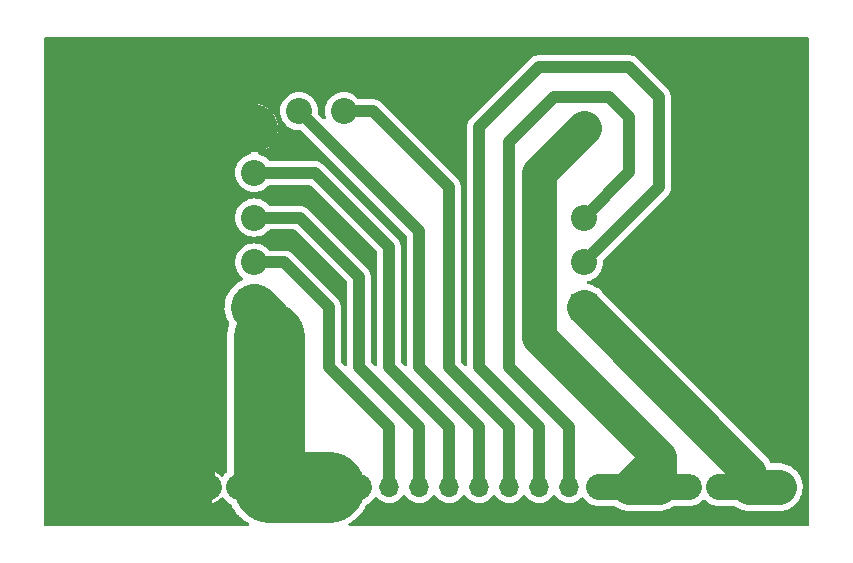
<source format=gbr>
%TF.GenerationSoftware,KiCad,Pcbnew,(6.0.5)*%
%TF.CreationDate,2022-06-12T23:50:42+02:00*%
%TF.ProjectId,power,706f7765-722e-46b6-9963-61645f706362,rev?*%
%TF.SameCoordinates,Original*%
%TF.FileFunction,Copper,L1,Top*%
%TF.FilePolarity,Positive*%
%FSLAX46Y46*%
G04 Gerber Fmt 4.6, Leading zero omitted, Abs format (unit mm)*
G04 Created by KiCad (PCBNEW (6.0.5)) date 2022-06-12 23:50:42*
%MOMM*%
%LPD*%
G01*
G04 APERTURE LIST*
%TA.AperFunction,ComponentPad*%
%ADD10R,2.205000X2.205000*%
%TD*%
%TA.AperFunction,ComponentPad*%
%ADD11C,2.205000*%
%TD*%
%TA.AperFunction,ComponentPad*%
%ADD12C,3.030000*%
%TD*%
%TA.AperFunction,ComponentPad*%
%ADD13R,1.700000X1.700000*%
%TD*%
%TA.AperFunction,ComponentPad*%
%ADD14O,1.700000X1.700000*%
%TD*%
%TA.AperFunction,Conductor*%
%ADD15C,0.250000*%
%TD*%
%TA.AperFunction,Conductor*%
%ADD16C,2.200000*%
%TD*%
%TA.AperFunction,Conductor*%
%ADD17C,3.000000*%
%TD*%
%TA.AperFunction,Conductor*%
%ADD18C,6.000000*%
%TD*%
%TA.AperFunction,Conductor*%
%ADD19C,4.000000*%
%TD*%
%TA.AperFunction,Conductor*%
%ADD20C,1.000000*%
%TD*%
G04 APERTURE END LIST*
D10*
%TO.P,PS1,1,VIN(+)*%
%TO.N,Net-(PS1-Pad1)*%
X83800000Y-72420000D03*
D11*
%TO.P,PS1,2,~{ON/OFF}*%
%TO.N,Net-(PS1-Pad2)*%
X83800000Y-64820000D03*
%TO.P,PS1,3,VIN(-)*%
%TO.N,Net-(J1-Pad20)*%
X83800000Y-57220000D03*
D12*
%TO.P,PS1,4,VOUT(-)*%
%TO.N,GND*%
X55900000Y-57220000D03*
D11*
%TO.P,PS1,5,PWR_GOOD*%
%TO.N,Net-(PS1-Pad5)*%
X55900000Y-61020000D03*
%TO.P,PS1,6,TRIM*%
%TO.N,Net-(PS1-Pad6)*%
X55900000Y-64820000D03*
%TO.P,PS1,7,SENSE+*%
%TO.N,Net-(PS1-Pad7)*%
X55900000Y-68620000D03*
D12*
%TO.P,PS1,8,VOUT(+)*%
%TO.N,Net-(PS1-Pad8)*%
X55900000Y-72420000D03*
D11*
%TO.P,PS1,32,SYNC*%
%TO.N,Net-(J1-Pad15)*%
X63500000Y-55820000D03*
%TO.P,PS1,33,MS*%
%TO.N,Net-(J1-Pad14)*%
X59700000Y-55820000D03*
%TO.P,PS1,34,SEQ*%
%TO.N,Net-(PS1-Pad34)*%
X83800000Y-68620000D03*
%TD*%
D13*
%TO.P,J1,1,Pin_1*%
%TO.N,GND*%
X41910000Y-87630000D03*
D14*
%TO.P,J1,2,Pin_2*%
X44450000Y-87630000D03*
%TO.P,J1,3,Pin_3*%
X46990000Y-87630000D03*
%TO.P,J1,4,Pin_4*%
X49530000Y-87630000D03*
%TO.P,J1,5,Pin_5*%
X52070000Y-87630000D03*
%TO.P,J1,6,Pin_6*%
%TO.N,Net-(PS1-Pad8)*%
X54610000Y-87630000D03*
%TO.P,J1,7,Pin_7*%
X57150000Y-87630000D03*
%TO.P,J1,8,Pin_8*%
X59690000Y-87630000D03*
%TO.P,J1,9,Pin_9*%
X62230000Y-87630000D03*
%TO.P,J1,10,Pin_10*%
X64770000Y-87630000D03*
%TO.P,J1,11,Pin_11*%
%TO.N,Net-(PS1-Pad7)*%
X67310000Y-87630000D03*
%TO.P,J1,12,Pin_12*%
%TO.N,Net-(PS1-Pad6)*%
X69850000Y-87630000D03*
%TO.P,J1,13,Pin_13*%
%TO.N,Net-(PS1-Pad5)*%
X72390000Y-87630000D03*
%TO.P,J1,14,Pin_14*%
%TO.N,Net-(J1-Pad14)*%
X74930000Y-87630000D03*
%TO.P,J1,15,Pin_15*%
%TO.N,Net-(J1-Pad15)*%
X77470000Y-87630000D03*
%TO.P,J1,16,Pin_16*%
%TO.N,Net-(PS1-Pad34)*%
X80010000Y-87630000D03*
%TO.P,J1,17,Pin_17*%
%TO.N,Net-(PS1-Pad2)*%
X82550000Y-87630000D03*
%TO.P,J1,18,Pin_18*%
%TO.N,Net-(J1-Pad20)*%
X85090000Y-87630000D03*
%TO.P,J1,19,Pin_19*%
X87630000Y-87630000D03*
%TO.P,J1,20,Pin_20*%
X90170000Y-87630000D03*
%TO.P,J1,21,Pin_21*%
X92710000Y-87630000D03*
%TO.P,J1,22,Pin_22*%
%TO.N,Net-(PS1-Pad1)*%
X95250000Y-87630000D03*
%TO.P,J1,23,Pin_23*%
X97790000Y-87630000D03*
%TO.P,J1,24,Pin_24*%
X100330000Y-87630000D03*
%TD*%
D15*
%TO.N,Net-(J1-Pad20)*%
X87630000Y-87630000D02*
X92710000Y-87630000D01*
D16*
X85090000Y-87630000D02*
X92710000Y-87630000D01*
D17*
X87630000Y-87630000D02*
X90170000Y-85090000D01*
X80010000Y-74930000D02*
X90170000Y-85090000D01*
X90170000Y-85090000D02*
X90170000Y-87630000D01*
X83800000Y-57220000D02*
X80010000Y-61010000D01*
X80010000Y-61010000D02*
X80010000Y-74930000D01*
X90170000Y-87630000D02*
X87630000Y-87630000D01*
%TO.N,Net-(PS1-Pad1)*%
X100330000Y-87630000D02*
X97790000Y-87630000D01*
D15*
X95250000Y-87630000D02*
X100330000Y-87630000D01*
D17*
X97790000Y-86410000D02*
X97790000Y-87630000D01*
D16*
X97790000Y-87630000D02*
X95250000Y-87630000D01*
D17*
X83800000Y-72420000D02*
X97790000Y-86410000D01*
D18*
%TO.N,Net-(PS1-Pad8)*%
X57150000Y-87630000D02*
X57150000Y-74930000D01*
X62230000Y-87630000D02*
X57150000Y-87630000D01*
D19*
X57150000Y-74930000D02*
X57150000Y-73670000D01*
D16*
X64770000Y-87630000D02*
X54610000Y-87630000D01*
D19*
X57150000Y-73670000D02*
X55900000Y-72420000D01*
D16*
X62230000Y-87630000D02*
X64770000Y-87630000D01*
D20*
%TO.N,Net-(PS1-Pad7)*%
X67310000Y-82550000D02*
X62230000Y-77470000D01*
X62230000Y-72390000D02*
X58460000Y-68620000D01*
X67310000Y-87630000D02*
X67310000Y-82550000D01*
X62230000Y-77470000D02*
X62230000Y-72390000D01*
X58460000Y-68620000D02*
X55900000Y-68620000D01*
%TO.N,Net-(PS1-Pad6)*%
X59740000Y-64820000D02*
X55900000Y-64820000D01*
X69850000Y-87630000D02*
X69850000Y-82550000D01*
X64770000Y-77470000D02*
X64770000Y-69850000D01*
X69850000Y-82550000D02*
X64770000Y-77470000D01*
X64770000Y-69850000D02*
X59740000Y-64820000D01*
%TO.N,Net-(PS1-Pad5)*%
X72390000Y-82550000D02*
X67310000Y-77470000D01*
X61020000Y-61020000D02*
X55900000Y-61020000D01*
X72390000Y-87630000D02*
X72390000Y-82550000D01*
X67310000Y-67310000D02*
X61020000Y-61020000D01*
X67310000Y-77470000D02*
X67310000Y-67310000D01*
%TO.N,Net-(J1-Pad14)*%
X69850000Y-65970000D02*
X59700000Y-55820000D01*
X69850000Y-77470000D02*
X69850000Y-65970000D01*
X74930000Y-82550000D02*
X69850000Y-77470000D01*
X74930000Y-87630000D02*
X74930000Y-82550000D01*
%TO.N,Net-(J1-Pad15)*%
X65980000Y-55820000D02*
X63500000Y-55820000D01*
X77470000Y-87630000D02*
X77470000Y-82550000D01*
X72390000Y-62230000D02*
X65980000Y-55820000D01*
X72390000Y-77470000D02*
X72390000Y-62230000D01*
X77470000Y-82550000D02*
X72390000Y-77470000D01*
%TO.N,Net-(PS1-Pad2)*%
X87630000Y-60990000D02*
X87630000Y-56274704D01*
X77470000Y-77470000D02*
X82550000Y-82550000D01*
X82550000Y-82550000D02*
X82550000Y-87630000D01*
X87630000Y-56274704D02*
X85965296Y-54610000D01*
X85965296Y-54610000D02*
X81280000Y-54610000D01*
X77470000Y-58420000D02*
X77470000Y-77470000D01*
X83800000Y-64820000D02*
X87630000Y-60990000D01*
X81280000Y-54610000D02*
X77470000Y-58420000D01*
%TO.N,Net-(PS1-Pad34)*%
X87630000Y-52070000D02*
X80010000Y-52070000D01*
X90170000Y-54610000D02*
X87630000Y-52070000D01*
X80010000Y-52070000D02*
X74930000Y-57150000D01*
X83800000Y-68620000D02*
X90170000Y-62250000D01*
X90170000Y-62250000D02*
X90170000Y-54610000D01*
X80010000Y-82550000D02*
X80010000Y-87630000D01*
X74930000Y-57150000D02*
X74930000Y-77470000D01*
X74930000Y-77470000D02*
X80010000Y-82550000D01*
D18*
%TO.N,GND*%
X49530000Y-59690000D02*
X49530000Y-87630000D01*
D19*
X55830000Y-57150000D02*
X54610000Y-57150000D01*
D16*
X49530000Y-87630000D02*
X52070000Y-87630000D01*
D19*
X55900000Y-57220000D02*
X55830000Y-57150000D01*
D18*
X52070000Y-57150000D02*
X49530000Y-59690000D01*
X49530000Y-87630000D02*
X41910000Y-87630000D01*
D19*
X54610000Y-57150000D02*
X52070000Y-57150000D01*
%TD*%
%TA.AperFunction,Conductor*%
%TO.N,GND*%
G36*
X102812121Y-49550002D02*
G01*
X102858614Y-49603658D01*
X102870000Y-49656000D01*
X102870000Y-90805500D01*
X102849998Y-90873621D01*
X102796342Y-90920114D01*
X102744000Y-90931500D01*
X64001296Y-90931500D01*
X63933175Y-90911498D01*
X63886682Y-90857842D01*
X63876578Y-90787568D01*
X63906072Y-90722988D01*
X63943213Y-90693686D01*
X64010256Y-90658860D01*
X64010259Y-90658858D01*
X64013226Y-90657317D01*
X64324824Y-90450683D01*
X64612700Y-90212108D01*
X64873595Y-89944292D01*
X64990708Y-89795201D01*
X65102481Y-89652907D01*
X65102482Y-89652905D01*
X65104553Y-89650269D01*
X65276527Y-89375587D01*
X65301178Y-89336214D01*
X65301180Y-89336211D01*
X65302959Y-89333369D01*
X65393645Y-89147022D01*
X65441438Y-89094523D01*
X65458722Y-89085750D01*
X65497928Y-89069511D01*
X65497932Y-89069509D01*
X65502502Y-89067616D01*
X65718376Y-88935328D01*
X65910898Y-88770898D01*
X66075328Y-88578376D01*
X66092595Y-88550199D01*
X66145241Y-88502567D01*
X66215283Y-88490960D01*
X66280481Y-88519062D01*
X66295266Y-88533536D01*
X66352866Y-88600032D01*
X66352869Y-88600035D01*
X66356250Y-88603938D01*
X66528126Y-88746632D01*
X66721000Y-88859338D01*
X66929692Y-88939030D01*
X66934760Y-88940061D01*
X66934763Y-88940062D01*
X67029862Y-88959410D01*
X67148597Y-88983567D01*
X67153772Y-88983757D01*
X67153774Y-88983757D01*
X67366673Y-88991564D01*
X67366677Y-88991564D01*
X67371837Y-88991753D01*
X67376957Y-88991097D01*
X67376959Y-88991097D01*
X67588288Y-88964025D01*
X67588289Y-88964025D01*
X67593416Y-88963368D01*
X67598366Y-88961883D01*
X67802429Y-88900661D01*
X67802434Y-88900659D01*
X67807384Y-88899174D01*
X68007994Y-88800896D01*
X68189860Y-88671173D01*
X68348096Y-88513489D01*
X68361260Y-88495170D01*
X68478453Y-88332077D01*
X68479776Y-88333028D01*
X68526645Y-88289857D01*
X68596580Y-88277625D01*
X68662026Y-88305144D01*
X68689875Y-88336994D01*
X68749987Y-88435088D01*
X68896250Y-88603938D01*
X69068126Y-88746632D01*
X69261000Y-88859338D01*
X69469692Y-88939030D01*
X69474760Y-88940061D01*
X69474763Y-88940062D01*
X69569862Y-88959410D01*
X69688597Y-88983567D01*
X69693772Y-88983757D01*
X69693774Y-88983757D01*
X69906673Y-88991564D01*
X69906677Y-88991564D01*
X69911837Y-88991753D01*
X69916957Y-88991097D01*
X69916959Y-88991097D01*
X70128288Y-88964025D01*
X70128289Y-88964025D01*
X70133416Y-88963368D01*
X70138366Y-88961883D01*
X70342429Y-88900661D01*
X70342434Y-88900659D01*
X70347384Y-88899174D01*
X70547994Y-88800896D01*
X70729860Y-88671173D01*
X70888096Y-88513489D01*
X70901260Y-88495170D01*
X71018453Y-88332077D01*
X71019776Y-88333028D01*
X71066645Y-88289857D01*
X71136580Y-88277625D01*
X71202026Y-88305144D01*
X71229875Y-88336994D01*
X71289987Y-88435088D01*
X71436250Y-88603938D01*
X71608126Y-88746632D01*
X71801000Y-88859338D01*
X72009692Y-88939030D01*
X72014760Y-88940061D01*
X72014763Y-88940062D01*
X72109862Y-88959410D01*
X72228597Y-88983567D01*
X72233772Y-88983757D01*
X72233774Y-88983757D01*
X72446673Y-88991564D01*
X72446677Y-88991564D01*
X72451837Y-88991753D01*
X72456957Y-88991097D01*
X72456959Y-88991097D01*
X72668288Y-88964025D01*
X72668289Y-88964025D01*
X72673416Y-88963368D01*
X72678366Y-88961883D01*
X72882429Y-88900661D01*
X72882434Y-88900659D01*
X72887384Y-88899174D01*
X73087994Y-88800896D01*
X73269860Y-88671173D01*
X73428096Y-88513489D01*
X73441260Y-88495170D01*
X73558453Y-88332077D01*
X73559776Y-88333028D01*
X73606645Y-88289857D01*
X73676580Y-88277625D01*
X73742026Y-88305144D01*
X73769875Y-88336994D01*
X73829987Y-88435088D01*
X73976250Y-88603938D01*
X74148126Y-88746632D01*
X74341000Y-88859338D01*
X74549692Y-88939030D01*
X74554760Y-88940061D01*
X74554763Y-88940062D01*
X74649862Y-88959410D01*
X74768597Y-88983567D01*
X74773772Y-88983757D01*
X74773774Y-88983757D01*
X74986673Y-88991564D01*
X74986677Y-88991564D01*
X74991837Y-88991753D01*
X74996957Y-88991097D01*
X74996959Y-88991097D01*
X75208288Y-88964025D01*
X75208289Y-88964025D01*
X75213416Y-88963368D01*
X75218366Y-88961883D01*
X75422429Y-88900661D01*
X75422434Y-88900659D01*
X75427384Y-88899174D01*
X75627994Y-88800896D01*
X75809860Y-88671173D01*
X75968096Y-88513489D01*
X75981260Y-88495170D01*
X76098453Y-88332077D01*
X76099776Y-88333028D01*
X76146645Y-88289857D01*
X76216580Y-88277625D01*
X76282026Y-88305144D01*
X76309875Y-88336994D01*
X76369987Y-88435088D01*
X76516250Y-88603938D01*
X76688126Y-88746632D01*
X76881000Y-88859338D01*
X77089692Y-88939030D01*
X77094760Y-88940061D01*
X77094763Y-88940062D01*
X77189862Y-88959410D01*
X77308597Y-88983567D01*
X77313772Y-88983757D01*
X77313774Y-88983757D01*
X77526673Y-88991564D01*
X77526677Y-88991564D01*
X77531837Y-88991753D01*
X77536957Y-88991097D01*
X77536959Y-88991097D01*
X77748288Y-88964025D01*
X77748289Y-88964025D01*
X77753416Y-88963368D01*
X77758366Y-88961883D01*
X77962429Y-88900661D01*
X77962434Y-88900659D01*
X77967384Y-88899174D01*
X78167994Y-88800896D01*
X78349860Y-88671173D01*
X78508096Y-88513489D01*
X78521260Y-88495170D01*
X78638453Y-88332077D01*
X78639776Y-88333028D01*
X78686645Y-88289857D01*
X78756580Y-88277625D01*
X78822026Y-88305144D01*
X78849875Y-88336994D01*
X78909987Y-88435088D01*
X79056250Y-88603938D01*
X79228126Y-88746632D01*
X79421000Y-88859338D01*
X79629692Y-88939030D01*
X79634760Y-88940061D01*
X79634763Y-88940062D01*
X79729862Y-88959410D01*
X79848597Y-88983567D01*
X79853772Y-88983757D01*
X79853774Y-88983757D01*
X80066673Y-88991564D01*
X80066677Y-88991564D01*
X80071837Y-88991753D01*
X80076957Y-88991097D01*
X80076959Y-88991097D01*
X80288288Y-88964025D01*
X80288289Y-88964025D01*
X80293416Y-88963368D01*
X80298366Y-88961883D01*
X80502429Y-88900661D01*
X80502434Y-88900659D01*
X80507384Y-88899174D01*
X80707994Y-88800896D01*
X80889860Y-88671173D01*
X81048096Y-88513489D01*
X81061260Y-88495170D01*
X81178453Y-88332077D01*
X81179776Y-88333028D01*
X81226645Y-88289857D01*
X81296580Y-88277625D01*
X81362026Y-88305144D01*
X81389875Y-88336994D01*
X81449987Y-88435088D01*
X81596250Y-88603938D01*
X81768126Y-88746632D01*
X81961000Y-88859338D01*
X82169692Y-88939030D01*
X82174760Y-88940061D01*
X82174763Y-88940062D01*
X82269862Y-88959410D01*
X82388597Y-88983567D01*
X82393772Y-88983757D01*
X82393774Y-88983757D01*
X82606673Y-88991564D01*
X82606677Y-88991564D01*
X82611837Y-88991753D01*
X82616957Y-88991097D01*
X82616959Y-88991097D01*
X82828288Y-88964025D01*
X82828289Y-88964025D01*
X82833416Y-88963368D01*
X82838366Y-88961883D01*
X83042429Y-88900661D01*
X83042434Y-88900659D01*
X83047384Y-88899174D01*
X83247994Y-88800896D01*
X83429860Y-88671173D01*
X83572445Y-88529086D01*
X83634816Y-88495170D01*
X83705623Y-88500358D01*
X83762384Y-88543004D01*
X83768813Y-88552496D01*
X83784672Y-88578376D01*
X83787883Y-88582135D01*
X83787885Y-88582138D01*
X83917288Y-88733649D01*
X83949102Y-88770898D01*
X84141624Y-88935328D01*
X84357498Y-89067616D01*
X84362068Y-89069509D01*
X84362072Y-89069511D01*
X84586836Y-89162611D01*
X84591409Y-89164505D01*
X84676032Y-89184821D01*
X84832784Y-89222454D01*
X84832790Y-89222455D01*
X84837597Y-89223609D01*
X84937416Y-89231465D01*
X85024345Y-89238307D01*
X85024352Y-89238307D01*
X85026801Y-89238500D01*
X86378083Y-89238500D01*
X86446045Y-89258455D01*
X86446550Y-89258879D01*
X86518269Y-89303694D01*
X86523745Y-89307319D01*
X86593020Y-89355825D01*
X86608676Y-89363802D01*
X86635130Y-89377282D01*
X86644693Y-89382693D01*
X86681036Y-89405402D01*
X86681040Y-89405404D01*
X86684764Y-89407731D01*
X86688773Y-89409516D01*
X86688779Y-89409519D01*
X86712008Y-89419861D01*
X86756424Y-89439636D01*
X86761996Y-89442117D01*
X86767952Y-89444958D01*
X86839370Y-89481348D01*
X86839375Y-89481350D01*
X86843300Y-89483350D01*
X86865694Y-89491061D01*
X86887986Y-89498737D01*
X86898212Y-89502765D01*
X86937360Y-89520195D01*
X86937367Y-89520198D01*
X86941375Y-89521982D01*
X86945594Y-89523192D01*
X86945603Y-89523195D01*
X87022647Y-89545286D01*
X87028928Y-89547266D01*
X87108892Y-89574800D01*
X87113216Y-89575640D01*
X87113218Y-89575641D01*
X87129727Y-89578850D01*
X87155283Y-89583817D01*
X87165964Y-89586381D01*
X87211390Y-89599407D01*
X87267557Y-89607301D01*
X87295112Y-89611174D01*
X87301616Y-89612263D01*
X87362609Y-89624118D01*
X87384628Y-89628398D01*
X87412282Y-89629847D01*
X87431819Y-89630871D01*
X87442761Y-89631924D01*
X87462149Y-89634649D01*
X87489552Y-89638500D01*
X87574105Y-89638500D01*
X87580699Y-89638673D01*
X87660741Y-89642868D01*
X87660747Y-89642868D01*
X87665138Y-89643098D01*
X87669515Y-89642715D01*
X87669519Y-89642715D01*
X87712220Y-89638979D01*
X87723201Y-89638500D01*
X90058133Y-89638500D01*
X90071303Y-89639190D01*
X90095364Y-89641719D01*
X90095367Y-89641719D01*
X90099733Y-89642178D01*
X90104121Y-89642025D01*
X90104127Y-89642025D01*
X90202854Y-89638577D01*
X90207251Y-89638500D01*
X90240146Y-89638500D01*
X90257647Y-89637276D01*
X90272961Y-89636205D01*
X90277355Y-89635975D01*
X90376061Y-89632529D01*
X90376068Y-89632528D01*
X90380458Y-89632375D01*
X90384783Y-89631612D01*
X90384787Y-89631612D01*
X90403013Y-89628398D01*
X90408606Y-89627412D01*
X90421693Y-89625805D01*
X90431558Y-89625115D01*
X90445824Y-89624118D01*
X90445826Y-89624118D01*
X90450212Y-89623811D01*
X90551167Y-89602352D01*
X90555446Y-89601520D01*
X90657087Y-89583598D01*
X90684276Y-89574764D01*
X90697007Y-89571353D01*
X90724970Y-89565409D01*
X90821934Y-89530117D01*
X90826093Y-89528685D01*
X90920046Y-89498158D01*
X90920045Y-89498158D01*
X90924235Y-89496797D01*
X90928188Y-89494869D01*
X90928193Y-89494867D01*
X90949929Y-89484265D01*
X90962070Y-89479112D01*
X90984789Y-89470843D01*
X90984792Y-89470842D01*
X90988926Y-89469337D01*
X91080068Y-89420876D01*
X91083913Y-89418917D01*
X91158182Y-89382693D01*
X91172752Y-89375587D01*
X91172757Y-89375584D01*
X91176702Y-89373660D01*
X91200409Y-89357670D01*
X91211701Y-89350885D01*
X91236942Y-89337464D01*
X91242579Y-89333369D01*
X91278411Y-89307335D01*
X91320434Y-89276804D01*
X91324023Y-89274291D01*
X91345152Y-89260040D01*
X91415608Y-89238500D01*
X92773199Y-89238500D01*
X92775648Y-89238307D01*
X92775655Y-89238307D01*
X92862584Y-89231465D01*
X92962403Y-89223609D01*
X92967210Y-89222455D01*
X92967216Y-89222454D01*
X93123968Y-89184821D01*
X93208591Y-89164505D01*
X93213164Y-89162611D01*
X93437928Y-89069511D01*
X93437932Y-89069509D01*
X93442502Y-89067616D01*
X93658376Y-88935328D01*
X93850898Y-88770898D01*
X93854106Y-88767142D01*
X93854113Y-88767135D01*
X93884190Y-88731920D01*
X93943641Y-88693111D01*
X94014635Y-88692605D01*
X94075810Y-88731920D01*
X94105887Y-88767135D01*
X94105894Y-88767142D01*
X94109102Y-88770898D01*
X94301624Y-88935328D01*
X94517498Y-89067616D01*
X94522068Y-89069509D01*
X94522072Y-89069511D01*
X94746836Y-89162611D01*
X94751409Y-89164505D01*
X94836032Y-89184821D01*
X94992784Y-89222454D01*
X94992790Y-89222455D01*
X94997597Y-89223609D01*
X95097416Y-89231465D01*
X95184345Y-89238307D01*
X95184352Y-89238307D01*
X95186801Y-89238500D01*
X96538083Y-89238500D01*
X96606045Y-89258455D01*
X96606550Y-89258879D01*
X96608930Y-89260366D01*
X96630793Y-89274028D01*
X96641592Y-89281590D01*
X96658070Y-89294463D01*
X96664118Y-89299188D01*
X96753475Y-89350778D01*
X96757234Y-89353037D01*
X96844764Y-89407731D01*
X96863413Y-89416034D01*
X96870881Y-89419359D01*
X96882622Y-89425341D01*
X96907381Y-89439636D01*
X96911454Y-89441281D01*
X96911465Y-89441287D01*
X97003045Y-89478287D01*
X97007077Y-89479998D01*
X97049166Y-89498737D01*
X97097356Y-89520193D01*
X97097361Y-89520195D01*
X97101375Y-89521982D01*
X97127124Y-89529365D01*
X97128847Y-89529859D01*
X97141316Y-89534153D01*
X97163729Y-89543209D01*
X97163749Y-89543215D01*
X97167824Y-89544862D01*
X97172097Y-89545927D01*
X97172105Y-89545930D01*
X97244202Y-89563905D01*
X97267958Y-89569828D01*
X97272158Y-89570952D01*
X97371390Y-89599407D01*
X97389102Y-89601896D01*
X97399689Y-89603384D01*
X97412635Y-89605901D01*
X97436097Y-89611751D01*
X97436110Y-89611753D01*
X97440376Y-89612817D01*
X97444754Y-89613277D01*
X97444753Y-89613277D01*
X97543008Y-89623604D01*
X97547372Y-89624140D01*
X97645197Y-89637888D01*
X97649552Y-89638500D01*
X97678133Y-89638500D01*
X97691303Y-89639190D01*
X97715364Y-89641719D01*
X97715367Y-89641719D01*
X97719733Y-89642178D01*
X97724121Y-89642025D01*
X97724127Y-89642025D01*
X97822854Y-89638577D01*
X97827251Y-89638500D01*
X100400146Y-89638500D01*
X100402332Y-89638347D01*
X100402336Y-89638347D01*
X100605827Y-89624118D01*
X100605832Y-89624117D01*
X100610212Y-89623811D01*
X100884970Y-89565409D01*
X100889099Y-89563906D01*
X100889103Y-89563905D01*
X101144781Y-89470846D01*
X101144788Y-89470843D01*
X101148926Y-89469337D01*
X101396942Y-89337464D01*
X101400503Y-89334877D01*
X101620629Y-89174947D01*
X101620632Y-89174944D01*
X101624192Y-89172358D01*
X101632129Y-89164694D01*
X101730695Y-89069509D01*
X101826252Y-88977231D01*
X101999188Y-88755882D01*
X102001384Y-88752078D01*
X102001389Y-88752071D01*
X102122580Y-88542160D01*
X102139636Y-88512619D01*
X102244862Y-88252176D01*
X102246747Y-88244616D01*
X102311753Y-87983893D01*
X102311754Y-87983888D01*
X102312817Y-87979624D01*
X102320964Y-87902115D01*
X102341719Y-87704636D01*
X102341719Y-87704633D01*
X102342178Y-87700267D01*
X102342025Y-87695873D01*
X102332529Y-87423939D01*
X102332528Y-87423933D01*
X102332375Y-87419542D01*
X102324698Y-87376000D01*
X102284360Y-87147236D01*
X102283598Y-87142913D01*
X102196797Y-86875765D01*
X102159004Y-86798277D01*
X102131258Y-86741390D01*
X102073660Y-86623298D01*
X102071205Y-86619659D01*
X102071202Y-86619653D01*
X101939418Y-86424276D01*
X101916585Y-86390424D01*
X101912034Y-86385369D01*
X101731566Y-86184940D01*
X101728629Y-86181678D01*
X101513450Y-86001121D01*
X101275236Y-85852269D01*
X101018625Y-85738018D01*
X100748610Y-85660593D01*
X100744260Y-85659982D01*
X100744257Y-85659981D01*
X100641310Y-85645513D01*
X100470448Y-85621500D01*
X99723575Y-85621500D01*
X99655454Y-85601498D01*
X99613373Y-85556587D01*
X99562493Y-85464798D01*
X99555664Y-85452479D01*
X99554652Y-85450612D01*
X99499530Y-85346942D01*
X99499524Y-85346933D01*
X99497464Y-85343058D01*
X99494879Y-85339501D01*
X99494876Y-85339495D01*
X99491645Y-85335047D01*
X99483379Y-85322073D01*
X99478583Y-85313421D01*
X99405289Y-85216156D01*
X99403991Y-85214402D01*
X99334941Y-85119363D01*
X99334940Y-85119362D01*
X99332358Y-85115808D01*
X99325475Y-85108680D01*
X99315490Y-85096988D01*
X99312188Y-85092607D01*
X99312187Y-85092606D01*
X99309536Y-85089088D01*
X99223460Y-85003012D01*
X99221918Y-85001444D01*
X99137231Y-84913748D01*
X99129422Y-84907647D01*
X99117900Y-84897452D01*
X85409525Y-71189077D01*
X85380638Y-71144212D01*
X85356267Y-71079203D01*
X85353115Y-71070795D01*
X85265761Y-70954239D01*
X85149205Y-70866885D01*
X85036481Y-70824626D01*
X85012181Y-70811278D01*
X85011697Y-70812023D01*
X84779815Y-70661437D01*
X84776118Y-70659036D01*
X84521540Y-70540324D01*
X84517340Y-70539040D01*
X84517335Y-70539038D01*
X84387228Y-70499261D01*
X84252917Y-70458199D01*
X84248579Y-70457512D01*
X84248575Y-70457511D01*
X84150374Y-70441957D01*
X84086221Y-70411544D01*
X84048695Y-70351275D01*
X84049709Y-70280286D01*
X84088943Y-70221114D01*
X84140670Y-70194990D01*
X84299366Y-70156890D01*
X84303939Y-70154996D01*
X84529066Y-70061746D01*
X84529070Y-70061744D01*
X84533640Y-70059851D01*
X84749850Y-69927357D01*
X84942672Y-69762672D01*
X85107357Y-69569850D01*
X85239851Y-69353640D01*
X85264353Y-69294488D01*
X85334996Y-69123939D01*
X85334997Y-69123936D01*
X85336890Y-69119366D01*
X85357724Y-69032586D01*
X85394932Y-68877608D01*
X85394933Y-68877602D01*
X85396087Y-68872795D01*
X85415982Y-68620000D01*
X85406695Y-68502002D01*
X85421291Y-68432523D01*
X85443212Y-68403022D01*
X90839379Y-63006855D01*
X90849522Y-62997753D01*
X90874218Y-62977897D01*
X90879025Y-62974032D01*
X90911320Y-62935544D01*
X90914478Y-62931925D01*
X90916124Y-62930110D01*
X90918309Y-62927925D01*
X90920264Y-62925545D01*
X90920273Y-62925535D01*
X90945549Y-62894764D01*
X90946391Y-62893749D01*
X91002194Y-62827245D01*
X91006154Y-62822526D01*
X91008723Y-62817852D01*
X91012102Y-62813739D01*
X91055975Y-62731915D01*
X91056584Y-62730793D01*
X91073555Y-62699924D01*
X91101433Y-62649213D01*
X91103045Y-62644131D01*
X91105562Y-62639437D01*
X91132762Y-62550469D01*
X91133108Y-62549358D01*
X91159373Y-62466563D01*
X91161235Y-62460694D01*
X91161829Y-62455398D01*
X91163387Y-62450302D01*
X91172790Y-62357743D01*
X91172911Y-62356607D01*
X91178500Y-62306773D01*
X91178500Y-62303246D01*
X91178555Y-62302261D01*
X91179002Y-62296581D01*
X91183374Y-62253538D01*
X91179059Y-62207891D01*
X91178500Y-62196033D01*
X91178500Y-54671840D01*
X91179237Y-54658232D01*
X91182659Y-54626736D01*
X91182659Y-54626732D01*
X91183324Y-54620611D01*
X91178950Y-54570609D01*
X91178621Y-54565784D01*
X91178500Y-54563313D01*
X91178500Y-54560231D01*
X91174309Y-54517489D01*
X91174187Y-54516174D01*
X91166623Y-54429719D01*
X91166087Y-54423587D01*
X91164600Y-54418468D01*
X91164080Y-54413167D01*
X91137199Y-54324133D01*
X91136864Y-54323000D01*
X91112627Y-54239578D01*
X91112625Y-54239574D01*
X91110908Y-54233663D01*
X91108457Y-54228934D01*
X91106916Y-54223831D01*
X91063230Y-54141669D01*
X91062683Y-54140627D01*
X91022728Y-54063545D01*
X91022727Y-54063544D01*
X91019892Y-54058074D01*
X91016569Y-54053911D01*
X91014066Y-54049204D01*
X90955263Y-53977105D01*
X90954500Y-53976160D01*
X90923261Y-53937027D01*
X90920770Y-53934536D01*
X90920120Y-53933809D01*
X90916408Y-53929463D01*
X90901013Y-53910588D01*
X90889065Y-53895938D01*
X90884323Y-53892015D01*
X90884321Y-53892013D01*
X90853727Y-53866703D01*
X90844947Y-53858713D01*
X88386855Y-51400621D01*
X88377753Y-51390478D01*
X88357897Y-51365782D01*
X88354032Y-51360975D01*
X88315578Y-51328708D01*
X88311931Y-51325528D01*
X88310119Y-51323885D01*
X88307925Y-51321691D01*
X88274651Y-51294358D01*
X88273853Y-51293696D01*
X88202526Y-51233846D01*
X88197856Y-51231278D01*
X88193739Y-51227897D01*
X88111914Y-51184023D01*
X88110755Y-51183394D01*
X88034619Y-51141538D01*
X88034611Y-51141535D01*
X88029213Y-51138567D01*
X88024131Y-51136955D01*
X88019437Y-51134438D01*
X87930469Y-51107238D01*
X87929441Y-51106918D01*
X87840694Y-51078765D01*
X87835398Y-51078171D01*
X87830302Y-51076613D01*
X87737743Y-51067210D01*
X87736607Y-51067089D01*
X87702992Y-51063319D01*
X87690270Y-51061892D01*
X87690266Y-51061892D01*
X87686773Y-51061500D01*
X87683246Y-51061500D01*
X87682261Y-51061445D01*
X87676581Y-51060998D01*
X87647175Y-51058011D01*
X87639663Y-51057248D01*
X87639661Y-51057248D01*
X87633538Y-51056626D01*
X87591259Y-51060623D01*
X87587891Y-51060941D01*
X87576033Y-51061500D01*
X80071843Y-51061500D01*
X80058236Y-51060763D01*
X80026738Y-51057341D01*
X80026733Y-51057341D01*
X80020612Y-51056676D01*
X79994362Y-51058973D01*
X79970612Y-51061050D01*
X79965786Y-51061379D01*
X79963314Y-51061500D01*
X79960231Y-51061500D01*
X79948262Y-51062674D01*
X79917494Y-51065690D01*
X79916181Y-51065812D01*
X79871916Y-51069685D01*
X79823587Y-51073913D01*
X79818468Y-51075400D01*
X79813167Y-51075920D01*
X79724166Y-51102791D01*
X79723033Y-51103126D01*
X79639586Y-51127370D01*
X79639582Y-51127372D01*
X79633664Y-51129091D01*
X79628932Y-51131544D01*
X79623831Y-51133084D01*
X79618388Y-51135978D01*
X79541740Y-51176731D01*
X79540574Y-51177343D01*
X79463547Y-51217271D01*
X79458074Y-51220108D01*
X79453911Y-51223431D01*
X79449204Y-51225934D01*
X79377082Y-51284755D01*
X79376226Y-51285446D01*
X79337027Y-51316738D01*
X79334523Y-51319242D01*
X79333805Y-51319884D01*
X79329472Y-51323585D01*
X79295938Y-51350935D01*
X79292011Y-51355682D01*
X79292009Y-51355684D01*
X79266713Y-51386262D01*
X79258723Y-51395042D01*
X74260621Y-56393145D01*
X74250478Y-56402247D01*
X74229974Y-56418733D01*
X74220975Y-56425968D01*
X74198670Y-56452550D01*
X74188709Y-56464421D01*
X74185528Y-56468069D01*
X74183885Y-56469881D01*
X74181691Y-56472075D01*
X74154358Y-56505349D01*
X74153696Y-56506147D01*
X74093846Y-56577474D01*
X74091278Y-56582144D01*
X74087897Y-56586261D01*
X74056860Y-56644145D01*
X74044023Y-56668086D01*
X74043394Y-56669245D01*
X74001538Y-56745381D01*
X74001535Y-56745389D01*
X73998567Y-56750787D01*
X73996955Y-56755869D01*
X73994438Y-56760563D01*
X73967238Y-56849531D01*
X73966918Y-56850559D01*
X73938765Y-56939306D01*
X73938171Y-56944602D01*
X73936613Y-56949698D01*
X73935678Y-56958910D01*
X73927218Y-57042187D01*
X73927089Y-57043393D01*
X73921500Y-57093227D01*
X73921500Y-57096754D01*
X73921445Y-57097739D01*
X73920998Y-57103419D01*
X73916626Y-57146462D01*
X73917206Y-57152593D01*
X73920941Y-57192109D01*
X73921500Y-57203967D01*
X73921500Y-77271076D01*
X73901498Y-77339197D01*
X73847842Y-77385690D01*
X73777568Y-77395794D01*
X73712988Y-77366300D01*
X73706405Y-77360171D01*
X73435405Y-77089171D01*
X73401379Y-77026859D01*
X73398500Y-77000076D01*
X73398500Y-62291843D01*
X73399237Y-62278236D01*
X73402659Y-62246738D01*
X73402659Y-62246733D01*
X73403324Y-62240612D01*
X73398950Y-62190612D01*
X73398621Y-62185786D01*
X73398500Y-62183314D01*
X73398500Y-62180231D01*
X73396410Y-62158917D01*
X73394310Y-62137494D01*
X73394188Y-62136181D01*
X73386623Y-62049718D01*
X73386087Y-62043587D01*
X73384600Y-62038468D01*
X73384080Y-62033167D01*
X73357209Y-61944166D01*
X73356874Y-61943033D01*
X73332630Y-61859586D01*
X73332628Y-61859582D01*
X73330909Y-61853664D01*
X73328456Y-61848932D01*
X73326916Y-61843831D01*
X73283269Y-61761740D01*
X73282657Y-61760574D01*
X73242729Y-61683547D01*
X73239892Y-61678074D01*
X73236569Y-61673911D01*
X73234066Y-61669204D01*
X73175245Y-61597082D01*
X73174554Y-61596226D01*
X73143262Y-61557027D01*
X73140758Y-61554523D01*
X73140116Y-61553805D01*
X73136415Y-61549472D01*
X73109065Y-61515938D01*
X73073737Y-61486712D01*
X73064958Y-61478723D01*
X66736855Y-55150621D01*
X66727753Y-55140478D01*
X66707897Y-55115782D01*
X66704032Y-55110975D01*
X66665578Y-55078708D01*
X66661931Y-55075528D01*
X66660119Y-55073885D01*
X66657925Y-55071691D01*
X66624651Y-55044358D01*
X66623853Y-55043696D01*
X66552526Y-54983846D01*
X66547856Y-54981278D01*
X66543739Y-54977897D01*
X66461914Y-54934023D01*
X66460755Y-54933394D01*
X66384619Y-54891538D01*
X66384611Y-54891535D01*
X66379213Y-54888567D01*
X66374131Y-54886955D01*
X66369437Y-54884438D01*
X66280469Y-54857238D01*
X66279441Y-54856918D01*
X66190694Y-54828765D01*
X66185398Y-54828171D01*
X66180302Y-54826613D01*
X66087743Y-54817210D01*
X66086607Y-54817089D01*
X66052992Y-54813319D01*
X66040270Y-54811892D01*
X66040266Y-54811892D01*
X66036773Y-54811500D01*
X66033246Y-54811500D01*
X66032261Y-54811445D01*
X66026581Y-54810998D01*
X65997175Y-54808011D01*
X65989663Y-54807248D01*
X65989661Y-54807248D01*
X65983538Y-54806626D01*
X65941259Y-54810623D01*
X65937891Y-54810941D01*
X65926033Y-54811500D01*
X64815351Y-54811500D01*
X64747230Y-54791498D01*
X64719545Y-54767335D01*
X64642672Y-54677328D01*
X64449850Y-54512643D01*
X64233640Y-54380149D01*
X64229070Y-54378256D01*
X64229066Y-54378254D01*
X64003939Y-54285004D01*
X64003937Y-54285003D01*
X63999366Y-54283110D01*
X63912586Y-54262276D01*
X63757608Y-54225068D01*
X63757602Y-54225067D01*
X63752795Y-54223913D01*
X63500000Y-54204018D01*
X63247205Y-54223913D01*
X63242398Y-54225067D01*
X63242392Y-54225068D01*
X63087414Y-54262276D01*
X63000634Y-54283110D01*
X62996063Y-54285003D01*
X62996061Y-54285004D01*
X62770934Y-54378254D01*
X62770930Y-54378256D01*
X62766360Y-54380149D01*
X62550150Y-54512643D01*
X62357328Y-54677328D01*
X62192643Y-54870150D01*
X62060149Y-55086360D01*
X62058256Y-55090930D01*
X62058254Y-55090934D01*
X61997437Y-55237760D01*
X61963110Y-55320634D01*
X61961955Y-55325446D01*
X61905068Y-55562392D01*
X61905067Y-55562398D01*
X61903913Y-55567205D01*
X61884018Y-55820000D01*
X61903913Y-56072795D01*
X61905067Y-56077602D01*
X61905068Y-56077608D01*
X61961954Y-56314553D01*
X61961956Y-56314559D01*
X61963110Y-56319366D01*
X61964000Y-56321514D01*
X61966009Y-56391750D01*
X61929348Y-56452550D01*
X61865637Y-56483877D01*
X61795103Y-56475786D01*
X61755052Y-56448818D01*
X61343212Y-56036978D01*
X61309186Y-55974666D01*
X61306695Y-55937997D01*
X61309808Y-55898453D01*
X61315982Y-55820000D01*
X61296087Y-55567205D01*
X61294933Y-55562398D01*
X61294932Y-55562392D01*
X61238045Y-55325446D01*
X61236890Y-55320634D01*
X61202563Y-55237760D01*
X61141746Y-55090934D01*
X61141744Y-55090930D01*
X61139851Y-55086360D01*
X61007357Y-54870150D01*
X60842672Y-54677328D01*
X60649850Y-54512643D01*
X60433640Y-54380149D01*
X60429070Y-54378256D01*
X60429066Y-54378254D01*
X60203939Y-54285004D01*
X60203937Y-54285003D01*
X60199366Y-54283110D01*
X60112586Y-54262276D01*
X59957608Y-54225068D01*
X59957602Y-54225067D01*
X59952795Y-54223913D01*
X59700000Y-54204018D01*
X59447205Y-54223913D01*
X59442398Y-54225067D01*
X59442392Y-54225068D01*
X59287414Y-54262276D01*
X59200634Y-54283110D01*
X59196063Y-54285003D01*
X59196061Y-54285004D01*
X58970934Y-54378254D01*
X58970930Y-54378256D01*
X58966360Y-54380149D01*
X58750150Y-54512643D01*
X58557328Y-54677328D01*
X58392643Y-54870150D01*
X58260149Y-55086360D01*
X58258256Y-55090930D01*
X58258254Y-55090934D01*
X58197437Y-55237760D01*
X58163110Y-55320634D01*
X58161955Y-55325446D01*
X58105068Y-55562392D01*
X58105067Y-55562398D01*
X58103913Y-55567205D01*
X58084018Y-55820000D01*
X58103913Y-56072795D01*
X58105067Y-56077602D01*
X58105068Y-56077608D01*
X58139702Y-56221867D01*
X58163110Y-56319366D01*
X58165003Y-56323937D01*
X58165004Y-56323939D01*
X58240499Y-56506200D01*
X58260149Y-56553640D01*
X58392643Y-56769850D01*
X58557328Y-56962672D01*
X58750150Y-57127357D01*
X58966360Y-57259851D01*
X58970930Y-57261744D01*
X58970934Y-57261746D01*
X59184420Y-57350174D01*
X59200634Y-57356890D01*
X59287414Y-57377724D01*
X59442392Y-57414932D01*
X59442398Y-57414933D01*
X59447205Y-57416087D01*
X59700000Y-57435982D01*
X59817997Y-57426695D01*
X59887476Y-57441291D01*
X59916977Y-57463212D01*
X68804595Y-66350829D01*
X68838621Y-66413141D01*
X68841500Y-66439924D01*
X68841500Y-77271076D01*
X68821498Y-77339197D01*
X68767842Y-77385690D01*
X68697568Y-77395794D01*
X68632988Y-77366300D01*
X68626405Y-77360171D01*
X68355405Y-77089171D01*
X68321379Y-77026859D01*
X68318500Y-77000076D01*
X68318500Y-67371842D01*
X68319237Y-67358235D01*
X68322659Y-67326737D01*
X68322659Y-67326732D01*
X68323324Y-67320611D01*
X68318950Y-67270609D01*
X68318621Y-67265784D01*
X68318500Y-67263313D01*
X68318500Y-67260231D01*
X68314309Y-67217489D01*
X68314187Y-67216174D01*
X68306623Y-67129719D01*
X68306087Y-67123587D01*
X68304600Y-67118468D01*
X68304080Y-67113167D01*
X68277218Y-67024194D01*
X68276862Y-67022994D01*
X68274047Y-67013305D01*
X68250909Y-66933663D01*
X68248455Y-66928929D01*
X68246916Y-66923831D01*
X68203316Y-66841831D01*
X68202702Y-66840663D01*
X68162726Y-66763541D01*
X68162725Y-66763540D01*
X68159892Y-66758074D01*
X68156569Y-66753911D01*
X68154066Y-66749204D01*
X68095245Y-66677082D01*
X68094554Y-66676226D01*
X68063262Y-66637027D01*
X68060758Y-66634523D01*
X68060116Y-66633805D01*
X68056415Y-66629472D01*
X68029065Y-66595938D01*
X67993737Y-66566712D01*
X67984958Y-66558723D01*
X61776855Y-60350621D01*
X61767753Y-60340478D01*
X61747897Y-60315782D01*
X61744032Y-60310975D01*
X61705578Y-60278708D01*
X61701931Y-60275528D01*
X61700119Y-60273885D01*
X61697925Y-60271691D01*
X61664651Y-60244358D01*
X61663853Y-60243696D01*
X61592526Y-60183846D01*
X61587856Y-60181278D01*
X61583739Y-60177897D01*
X61501914Y-60134023D01*
X61500755Y-60133394D01*
X61424619Y-60091538D01*
X61424611Y-60091535D01*
X61419213Y-60088567D01*
X61414131Y-60086955D01*
X61409437Y-60084438D01*
X61320469Y-60057238D01*
X61319441Y-60056918D01*
X61230694Y-60028765D01*
X61225398Y-60028171D01*
X61220302Y-60026613D01*
X61127743Y-60017210D01*
X61126607Y-60017089D01*
X61092992Y-60013319D01*
X61080270Y-60011892D01*
X61080266Y-60011892D01*
X61076773Y-60011500D01*
X61073246Y-60011500D01*
X61072261Y-60011445D01*
X61066581Y-60010998D01*
X61037175Y-60008011D01*
X61029663Y-60007248D01*
X61029661Y-60007248D01*
X61023538Y-60006626D01*
X60981259Y-60010623D01*
X60977891Y-60010941D01*
X60966033Y-60011500D01*
X57215351Y-60011500D01*
X57147230Y-59991498D01*
X57119545Y-59967335D01*
X57042672Y-59877328D01*
X56849850Y-59712643D01*
X56633640Y-59580149D01*
X56629070Y-59578256D01*
X56629066Y-59578254D01*
X56403939Y-59485004D01*
X56403937Y-59485003D01*
X56399366Y-59483110D01*
X56394552Y-59481954D01*
X56394545Y-59481952D01*
X56284801Y-59455604D01*
X56223232Y-59420252D01*
X56190550Y-59357225D01*
X56197131Y-59286534D01*
X56240885Y-59230623D01*
X56282243Y-59211210D01*
X56542611Y-59142905D01*
X56550727Y-59140174D01*
X56797639Y-59037899D01*
X56805301Y-59034096D01*
X57036054Y-58899255D01*
X57043119Y-58894454D01*
X57125341Y-58829983D01*
X57133810Y-58818126D01*
X57127293Y-58806503D01*
X55912812Y-57592022D01*
X55898868Y-57584408D01*
X55897035Y-57584539D01*
X55890420Y-57588790D01*
X54672261Y-58806949D01*
X54664969Y-58820303D01*
X54672024Y-58830276D01*
X54704836Y-58857710D01*
X54711772Y-58862750D01*
X54938156Y-59004760D01*
X54945707Y-59008809D01*
X55189279Y-59118786D01*
X55197310Y-59121772D01*
X55453552Y-59197675D01*
X55461904Y-59199542D01*
X55511010Y-59207056D01*
X55575321Y-59237132D01*
X55613163Y-59297203D01*
X55612521Y-59368196D01*
X55573599Y-59427573D01*
X55521366Y-59454125D01*
X55400634Y-59483110D01*
X55396063Y-59485003D01*
X55396061Y-59485004D01*
X55170934Y-59578254D01*
X55170930Y-59578256D01*
X55166360Y-59580149D01*
X54950150Y-59712643D01*
X54757328Y-59877328D01*
X54592643Y-60070150D01*
X54460149Y-60286360D01*
X54458256Y-60290930D01*
X54458254Y-60290934D01*
X54435532Y-60345790D01*
X54363110Y-60520634D01*
X54361955Y-60525446D01*
X54305068Y-60762392D01*
X54305067Y-60762398D01*
X54303913Y-60767205D01*
X54284018Y-61020000D01*
X54303913Y-61272795D01*
X54305067Y-61277602D01*
X54305068Y-61277608D01*
X54342276Y-61432586D01*
X54363110Y-61519366D01*
X54365003Y-61523937D01*
X54365004Y-61523939D01*
X54457339Y-61746855D01*
X54460149Y-61753640D01*
X54592643Y-61969850D01*
X54757328Y-62162672D01*
X54950150Y-62327357D01*
X55166360Y-62459851D01*
X55170930Y-62461744D01*
X55170934Y-62461746D01*
X55396061Y-62554996D01*
X55400634Y-62556890D01*
X55487414Y-62577724D01*
X55642392Y-62614932D01*
X55642398Y-62614933D01*
X55647205Y-62616087D01*
X55900000Y-62635982D01*
X56152795Y-62616087D01*
X56157602Y-62614933D01*
X56157608Y-62614932D01*
X56312586Y-62577724D01*
X56399366Y-62556890D01*
X56403939Y-62554996D01*
X56629066Y-62461746D01*
X56629070Y-62461744D01*
X56633640Y-62459851D01*
X56849850Y-62327357D01*
X57042672Y-62162672D01*
X57119542Y-62072668D01*
X57178990Y-62033861D01*
X57215351Y-62028500D01*
X60550075Y-62028500D01*
X60618196Y-62048502D01*
X60639170Y-62065405D01*
X66264595Y-67690829D01*
X66298621Y-67753141D01*
X66301500Y-67779924D01*
X66301500Y-77271076D01*
X66281498Y-77339197D01*
X66227842Y-77385690D01*
X66157568Y-77395794D01*
X66092988Y-77366300D01*
X66086405Y-77360171D01*
X65815405Y-77089171D01*
X65781379Y-77026859D01*
X65778500Y-77000076D01*
X65778500Y-69911842D01*
X65779237Y-69898235D01*
X65782659Y-69866737D01*
X65782659Y-69866732D01*
X65783324Y-69860611D01*
X65778950Y-69810609D01*
X65778621Y-69805784D01*
X65778500Y-69803313D01*
X65778500Y-69800231D01*
X65775132Y-69765885D01*
X65774309Y-69757489D01*
X65774187Y-69756174D01*
X65771364Y-69723913D01*
X65766087Y-69663587D01*
X65764600Y-69658468D01*
X65764080Y-69653167D01*
X65737218Y-69564194D01*
X65736862Y-69562994D01*
X65710909Y-69473663D01*
X65708455Y-69468929D01*
X65706916Y-69463831D01*
X65663316Y-69381831D01*
X65662702Y-69380663D01*
X65622726Y-69303541D01*
X65622725Y-69303540D01*
X65619892Y-69298074D01*
X65616569Y-69293911D01*
X65614066Y-69289204D01*
X65555245Y-69217082D01*
X65554554Y-69216226D01*
X65523262Y-69177027D01*
X65520758Y-69174523D01*
X65520116Y-69173805D01*
X65516415Y-69169472D01*
X65489065Y-69135938D01*
X65453737Y-69106712D01*
X65444958Y-69098723D01*
X60496855Y-64150621D01*
X60487753Y-64140478D01*
X60467897Y-64115782D01*
X60464032Y-64110975D01*
X60425578Y-64078708D01*
X60421931Y-64075528D01*
X60420119Y-64073885D01*
X60417925Y-64071691D01*
X60384651Y-64044358D01*
X60383853Y-64043696D01*
X60312526Y-63983846D01*
X60307856Y-63981278D01*
X60303739Y-63977897D01*
X60221914Y-63934023D01*
X60220755Y-63933394D01*
X60144619Y-63891538D01*
X60144611Y-63891535D01*
X60139213Y-63888567D01*
X60134131Y-63886955D01*
X60129437Y-63884438D01*
X60040469Y-63857238D01*
X60039441Y-63856918D01*
X59950694Y-63828765D01*
X59945398Y-63828171D01*
X59940302Y-63826613D01*
X59847743Y-63817210D01*
X59846607Y-63817089D01*
X59812992Y-63813319D01*
X59800270Y-63811892D01*
X59800266Y-63811892D01*
X59796773Y-63811500D01*
X59793246Y-63811500D01*
X59792261Y-63811445D01*
X59786581Y-63810998D01*
X59757175Y-63808011D01*
X59749663Y-63807248D01*
X59749661Y-63807248D01*
X59743538Y-63806626D01*
X59701259Y-63810623D01*
X59697891Y-63810941D01*
X59686033Y-63811500D01*
X57215351Y-63811500D01*
X57147230Y-63791498D01*
X57119545Y-63767335D01*
X57042672Y-63677328D01*
X56849850Y-63512643D01*
X56633640Y-63380149D01*
X56629070Y-63378256D01*
X56629066Y-63378254D01*
X56403939Y-63285004D01*
X56403937Y-63285003D01*
X56399366Y-63283110D01*
X56312586Y-63262276D01*
X56157608Y-63225068D01*
X56157602Y-63225067D01*
X56152795Y-63223913D01*
X55900000Y-63204018D01*
X55647205Y-63223913D01*
X55642398Y-63225067D01*
X55642392Y-63225068D01*
X55487414Y-63262276D01*
X55400634Y-63283110D01*
X55396063Y-63285003D01*
X55396061Y-63285004D01*
X55170934Y-63378254D01*
X55170930Y-63378256D01*
X55166360Y-63380149D01*
X54950150Y-63512643D01*
X54757328Y-63677328D01*
X54592643Y-63870150D01*
X54460149Y-64086360D01*
X54458256Y-64090930D01*
X54458254Y-64090934D01*
X54365004Y-64316061D01*
X54363110Y-64320634D01*
X54343007Y-64404369D01*
X54305068Y-64562392D01*
X54305067Y-64562398D01*
X54303913Y-64567205D01*
X54284018Y-64820000D01*
X54303913Y-65072795D01*
X54305067Y-65077602D01*
X54305068Y-65077608D01*
X54338945Y-65218713D01*
X54363110Y-65319366D01*
X54365003Y-65323936D01*
X54365004Y-65323939D01*
X54438416Y-65501171D01*
X54460149Y-65553640D01*
X54592643Y-65769850D01*
X54757328Y-65962672D01*
X54950150Y-66127357D01*
X55166360Y-66259851D01*
X55170930Y-66261744D01*
X55170934Y-66261746D01*
X55386001Y-66350829D01*
X55400634Y-66356890D01*
X55487414Y-66377724D01*
X55642392Y-66414932D01*
X55642398Y-66414933D01*
X55647205Y-66416087D01*
X55900000Y-66435982D01*
X56152795Y-66416087D01*
X56157602Y-66414933D01*
X56157608Y-66414932D01*
X56312586Y-66377724D01*
X56399366Y-66356890D01*
X56413999Y-66350829D01*
X56629066Y-66261746D01*
X56629070Y-66261744D01*
X56633640Y-66259851D01*
X56849850Y-66127357D01*
X57042672Y-65962672D01*
X57119542Y-65872668D01*
X57178990Y-65833861D01*
X57215351Y-65828500D01*
X59270075Y-65828500D01*
X59338196Y-65848502D01*
X59359170Y-65865405D01*
X63724595Y-70230829D01*
X63758621Y-70293141D01*
X63761500Y-70319924D01*
X63761500Y-77271076D01*
X63741498Y-77339197D01*
X63687842Y-77385690D01*
X63617568Y-77395794D01*
X63552988Y-77366300D01*
X63546405Y-77360171D01*
X63275405Y-77089171D01*
X63241379Y-77026859D01*
X63238500Y-77000076D01*
X63238500Y-72451842D01*
X63239237Y-72438235D01*
X63242659Y-72406737D01*
X63242659Y-72406732D01*
X63243324Y-72400611D01*
X63238950Y-72350609D01*
X63238621Y-72345784D01*
X63238500Y-72343313D01*
X63238500Y-72340231D01*
X63234309Y-72297489D01*
X63234187Y-72296174D01*
X63226623Y-72209719D01*
X63226087Y-72203587D01*
X63224600Y-72198468D01*
X63224080Y-72193167D01*
X63197209Y-72104166D01*
X63196874Y-72103033D01*
X63172630Y-72019586D01*
X63172628Y-72019582D01*
X63170909Y-72013664D01*
X63168456Y-72008932D01*
X63166916Y-72003831D01*
X63123269Y-71921740D01*
X63122657Y-71920574D01*
X63082729Y-71843547D01*
X63079892Y-71838074D01*
X63076569Y-71833911D01*
X63074066Y-71829204D01*
X63015245Y-71757082D01*
X63014554Y-71756226D01*
X62983262Y-71717027D01*
X62980758Y-71714523D01*
X62980116Y-71713805D01*
X62976415Y-71709472D01*
X62949065Y-71675938D01*
X62913737Y-71646712D01*
X62904958Y-71638723D01*
X59216855Y-67950621D01*
X59207753Y-67940478D01*
X59187897Y-67915782D01*
X59184032Y-67910975D01*
X59145578Y-67878708D01*
X59141931Y-67875528D01*
X59140119Y-67873885D01*
X59137925Y-67871691D01*
X59104651Y-67844358D01*
X59103853Y-67843696D01*
X59032526Y-67783846D01*
X59027856Y-67781278D01*
X59023739Y-67777897D01*
X58941914Y-67734023D01*
X58940755Y-67733394D01*
X58864619Y-67691538D01*
X58864611Y-67691535D01*
X58859213Y-67688567D01*
X58854131Y-67686955D01*
X58849437Y-67684438D01*
X58760469Y-67657238D01*
X58759441Y-67656918D01*
X58670694Y-67628765D01*
X58665398Y-67628171D01*
X58660302Y-67626613D01*
X58567743Y-67617210D01*
X58566607Y-67617089D01*
X58532992Y-67613319D01*
X58520270Y-67611892D01*
X58520266Y-67611892D01*
X58516773Y-67611500D01*
X58513246Y-67611500D01*
X58512261Y-67611445D01*
X58506581Y-67610998D01*
X58477175Y-67608011D01*
X58469663Y-67607248D01*
X58469661Y-67607248D01*
X58463538Y-67606626D01*
X58421259Y-67610623D01*
X58417891Y-67610941D01*
X58406033Y-67611500D01*
X57215351Y-67611500D01*
X57147230Y-67591498D01*
X57119545Y-67567335D01*
X57042672Y-67477328D01*
X56849850Y-67312643D01*
X56633640Y-67180149D01*
X56629070Y-67178256D01*
X56629066Y-67178254D01*
X56403939Y-67085004D01*
X56403937Y-67085003D01*
X56399366Y-67083110D01*
X56312586Y-67062276D01*
X56157608Y-67025068D01*
X56157602Y-67025067D01*
X56152795Y-67023913D01*
X55900000Y-67004018D01*
X55647205Y-67023913D01*
X55642398Y-67025067D01*
X55642392Y-67025068D01*
X55487414Y-67062276D01*
X55400634Y-67083110D01*
X55396063Y-67085003D01*
X55396061Y-67085004D01*
X55170934Y-67178254D01*
X55170930Y-67178256D01*
X55166360Y-67180149D01*
X54950150Y-67312643D01*
X54757328Y-67477328D01*
X54592643Y-67670150D01*
X54460149Y-67886360D01*
X54458256Y-67890930D01*
X54458254Y-67890934D01*
X54365004Y-68116061D01*
X54363110Y-68120634D01*
X54343007Y-68204369D01*
X54305068Y-68362392D01*
X54305067Y-68362398D01*
X54303913Y-68367205D01*
X54284018Y-68620000D01*
X54303913Y-68872795D01*
X54305067Y-68877602D01*
X54305068Y-68877608D01*
X54342276Y-69032586D01*
X54363110Y-69119366D01*
X54365003Y-69123936D01*
X54365004Y-69123939D01*
X54435648Y-69294488D01*
X54460149Y-69353640D01*
X54592643Y-69569850D01*
X54757328Y-69762672D01*
X54925019Y-69905893D01*
X54928925Y-69909229D01*
X54967734Y-69968679D01*
X54968240Y-70039674D01*
X54930284Y-70099673D01*
X54897135Y-70120676D01*
X54758913Y-70180490D01*
X54487225Y-70341166D01*
X54237819Y-70534626D01*
X54014626Y-70757819D01*
X53821166Y-71007225D01*
X53660490Y-71278913D01*
X53658917Y-71282548D01*
X53658916Y-71282550D01*
X53536706Y-71564961D01*
X53536703Y-71564969D01*
X53535134Y-71568595D01*
X53447073Y-71871706D01*
X53446455Y-71875607D01*
X53446454Y-71875612D01*
X53423651Y-72019586D01*
X53397695Y-72183463D01*
X53396870Y-72209719D01*
X53390871Y-72400611D01*
X53387780Y-72498949D01*
X53417485Y-72813192D01*
X53486340Y-73121233D01*
X53593261Y-73418216D01*
X53736559Y-73699455D01*
X53738787Y-73702734D01*
X53738788Y-73702735D01*
X53785685Y-73771743D01*
X53807431Y-73839327D01*
X53801066Y-73882232D01*
X53762101Y-73999708D01*
X53761047Y-74002887D01*
X53760339Y-74006147D01*
X53760337Y-74006155D01*
X53721664Y-74184272D01*
X53681716Y-74368261D01*
X53641661Y-74739995D01*
X53641500Y-74745945D01*
X53641500Y-86283773D01*
X53621498Y-86351894D01*
X53597330Y-86379584D01*
X53472863Y-86485889D01*
X53472858Y-86485894D01*
X53469102Y-86489102D01*
X53304672Y-86681624D01*
X53295872Y-86695985D01*
X53287127Y-86710255D01*
X53234479Y-86757886D01*
X53164438Y-86769493D01*
X53099240Y-86741390D01*
X53086500Y-86729220D01*
X53002799Y-86637234D01*
X52995273Y-86630215D01*
X52828139Y-86498222D01*
X52819552Y-86492517D01*
X52633117Y-86389599D01*
X52623705Y-86385369D01*
X52422959Y-86314280D01*
X52412988Y-86311646D01*
X52341837Y-86298972D01*
X52328540Y-86300432D01*
X52324000Y-86314989D01*
X52324000Y-88948517D01*
X52328064Y-88962359D01*
X52341478Y-88964393D01*
X52348184Y-88963534D01*
X52358262Y-88961392D01*
X52562255Y-88900191D01*
X52571842Y-88896433D01*
X52763095Y-88802739D01*
X52771945Y-88797464D01*
X52945328Y-88673792D01*
X52953200Y-88667139D01*
X53092175Y-88528647D01*
X53154546Y-88494730D01*
X53225353Y-88499918D01*
X53282115Y-88542564D01*
X53288541Y-88552053D01*
X53304672Y-88578376D01*
X53307883Y-88582135D01*
X53307885Y-88582138D01*
X53437288Y-88733649D01*
X53469102Y-88770898D01*
X53661624Y-88935328D01*
X53877498Y-89067616D01*
X53882068Y-89069509D01*
X53915730Y-89083452D01*
X53971010Y-89128001D01*
X53983622Y-89150931D01*
X53989422Y-89164694D01*
X53991041Y-89167621D01*
X53991045Y-89167629D01*
X54056878Y-89286639D01*
X54058437Y-89289546D01*
X54118619Y-89405402D01*
X54122683Y-89413226D01*
X54124535Y-89416019D01*
X54124544Y-89416034D01*
X54145327Y-89447374D01*
X54150569Y-89456012D01*
X54170400Y-89491861D01*
X54172324Y-89494604D01*
X54172333Y-89494618D01*
X54250432Y-89605948D01*
X54252291Y-89608672D01*
X54275121Y-89643098D01*
X54329317Y-89724824D01*
X54355472Y-89756385D01*
X54361584Y-89764394D01*
X54385120Y-89797943D01*
X54387326Y-89800467D01*
X54476821Y-89902877D01*
X54478959Y-89905389D01*
X54567892Y-90012700D01*
X54597243Y-90041293D01*
X54604183Y-90048618D01*
X54631149Y-90079476D01*
X54633613Y-90081753D01*
X54633623Y-90081764D01*
X54733495Y-90174085D01*
X54735887Y-90176355D01*
X54833298Y-90271249D01*
X54833315Y-90271264D01*
X54835708Y-90273595D01*
X54838345Y-90275666D01*
X54838348Y-90275669D01*
X54867923Y-90298901D01*
X54875617Y-90305461D01*
X54903229Y-90330985D01*
X54903240Y-90330994D01*
X54905702Y-90333270D01*
X55017542Y-90416481D01*
X55020109Y-90418444D01*
X55129731Y-90504553D01*
X55162834Y-90525278D01*
X55164458Y-90526295D01*
X55172809Y-90532002D01*
X55205670Y-90556452D01*
X55208557Y-90558156D01*
X55325676Y-90627283D01*
X55328494Y-90628996D01*
X55439835Y-90698704D01*
X55486959Y-90751806D01*
X55497893Y-90821956D01*
X55469166Y-90886881D01*
X55409897Y-90925968D01*
X55372972Y-90931500D01*
X38226000Y-90931500D01*
X38157879Y-90911498D01*
X38111386Y-90857842D01*
X38100000Y-90805500D01*
X38100000Y-88524669D01*
X40552001Y-88524669D01*
X40552371Y-88531490D01*
X40557895Y-88582352D01*
X40561521Y-88597604D01*
X40606676Y-88718054D01*
X40615214Y-88733649D01*
X40691715Y-88835724D01*
X40704276Y-88848285D01*
X40806351Y-88924786D01*
X40821946Y-88933324D01*
X40942394Y-88978478D01*
X40957649Y-88982105D01*
X41008514Y-88987631D01*
X41015328Y-88988000D01*
X41637885Y-88988000D01*
X41653124Y-88983525D01*
X41654329Y-88982135D01*
X41656000Y-88974452D01*
X41656000Y-88969884D01*
X42164000Y-88969884D01*
X42168475Y-88985123D01*
X42169865Y-88986328D01*
X42177548Y-88987999D01*
X42804669Y-88987999D01*
X42811490Y-88987629D01*
X42862352Y-88982105D01*
X42877604Y-88978479D01*
X42998054Y-88933324D01*
X43013649Y-88924786D01*
X43115724Y-88848285D01*
X43128285Y-88835724D01*
X43204786Y-88733649D01*
X43213325Y-88718052D01*
X43254425Y-88608418D01*
X43297066Y-88551653D01*
X43363628Y-88526953D01*
X43432977Y-88542160D01*
X43467645Y-88570150D01*
X43493219Y-88599674D01*
X43500580Y-88606883D01*
X43664434Y-88742916D01*
X43672881Y-88748831D01*
X43856756Y-88856279D01*
X43866042Y-88860729D01*
X44065001Y-88936703D01*
X44074899Y-88939579D01*
X44178250Y-88960606D01*
X44192299Y-88959410D01*
X44196000Y-88949065D01*
X44196000Y-88948517D01*
X44704000Y-88948517D01*
X44708064Y-88962359D01*
X44721478Y-88964393D01*
X44728184Y-88963534D01*
X44738262Y-88961392D01*
X44942255Y-88900191D01*
X44951842Y-88896433D01*
X45143095Y-88802739D01*
X45151945Y-88797464D01*
X45325328Y-88673792D01*
X45333200Y-88667139D01*
X45484052Y-88516812D01*
X45490730Y-88508965D01*
X45618022Y-88331819D01*
X45619147Y-88332627D01*
X45666669Y-88288876D01*
X45736607Y-88276661D01*
X45802046Y-88304197D01*
X45829870Y-88336028D01*
X45887690Y-88430383D01*
X45893777Y-88438699D01*
X46033213Y-88599667D01*
X46040580Y-88606883D01*
X46204434Y-88742916D01*
X46212881Y-88748831D01*
X46396756Y-88856279D01*
X46406042Y-88860729D01*
X46605001Y-88936703D01*
X46614899Y-88939579D01*
X46718250Y-88960606D01*
X46732299Y-88959410D01*
X46736000Y-88949065D01*
X46736000Y-88948517D01*
X47244000Y-88948517D01*
X47248064Y-88962359D01*
X47261478Y-88964393D01*
X47268184Y-88963534D01*
X47278262Y-88961392D01*
X47482255Y-88900191D01*
X47491842Y-88896433D01*
X47683095Y-88802739D01*
X47691945Y-88797464D01*
X47865328Y-88673792D01*
X47873200Y-88667139D01*
X48024052Y-88516812D01*
X48030730Y-88508965D01*
X48158022Y-88331819D01*
X48159147Y-88332627D01*
X48206669Y-88288876D01*
X48276607Y-88276661D01*
X48342046Y-88304197D01*
X48369870Y-88336028D01*
X48427690Y-88430383D01*
X48433777Y-88438699D01*
X48573213Y-88599667D01*
X48580580Y-88606883D01*
X48744434Y-88742916D01*
X48752881Y-88748831D01*
X48936756Y-88856279D01*
X48946042Y-88860729D01*
X49145001Y-88936703D01*
X49154899Y-88939579D01*
X49258250Y-88960606D01*
X49272299Y-88959410D01*
X49276000Y-88949065D01*
X49276000Y-88948517D01*
X49784000Y-88948517D01*
X49788064Y-88962359D01*
X49801478Y-88964393D01*
X49808184Y-88963534D01*
X49818262Y-88961392D01*
X50022255Y-88900191D01*
X50031842Y-88896433D01*
X50223095Y-88802739D01*
X50231945Y-88797464D01*
X50405328Y-88673792D01*
X50413200Y-88667139D01*
X50564052Y-88516812D01*
X50570730Y-88508965D01*
X50698022Y-88331819D01*
X50699147Y-88332627D01*
X50746669Y-88288876D01*
X50816607Y-88276661D01*
X50882046Y-88304197D01*
X50909870Y-88336028D01*
X50967690Y-88430383D01*
X50973777Y-88438699D01*
X51113213Y-88599667D01*
X51120580Y-88606883D01*
X51284434Y-88742916D01*
X51292881Y-88748831D01*
X51476756Y-88856279D01*
X51486042Y-88860729D01*
X51685001Y-88936703D01*
X51694899Y-88939579D01*
X51798250Y-88960606D01*
X51812299Y-88959410D01*
X51816000Y-88949065D01*
X51816000Y-87902115D01*
X51811525Y-87886876D01*
X51810135Y-87885671D01*
X51802452Y-87884000D01*
X49802115Y-87884000D01*
X49786876Y-87888475D01*
X49785671Y-87889865D01*
X49784000Y-87897548D01*
X49784000Y-88948517D01*
X49276000Y-88948517D01*
X49276000Y-87902115D01*
X49271525Y-87886876D01*
X49270135Y-87885671D01*
X49262452Y-87884000D01*
X47262115Y-87884000D01*
X47246876Y-87888475D01*
X47245671Y-87889865D01*
X47244000Y-87897548D01*
X47244000Y-88948517D01*
X46736000Y-88948517D01*
X46736000Y-87902115D01*
X46731525Y-87886876D01*
X46730135Y-87885671D01*
X46722452Y-87884000D01*
X44722115Y-87884000D01*
X44706876Y-87888475D01*
X44705671Y-87889865D01*
X44704000Y-87897548D01*
X44704000Y-88948517D01*
X44196000Y-88948517D01*
X44196000Y-87902115D01*
X44191525Y-87886876D01*
X44190135Y-87885671D01*
X44182452Y-87884000D01*
X42182115Y-87884000D01*
X42166876Y-87888475D01*
X42165671Y-87889865D01*
X42164000Y-87897548D01*
X42164000Y-88969884D01*
X41656000Y-88969884D01*
X41656000Y-87902115D01*
X41651525Y-87886876D01*
X41650135Y-87885671D01*
X41642452Y-87884000D01*
X40570116Y-87884000D01*
X40554877Y-87888475D01*
X40553672Y-87889865D01*
X40552001Y-87897548D01*
X40552001Y-88524669D01*
X38100000Y-88524669D01*
X38100000Y-87357885D01*
X40552000Y-87357885D01*
X40556475Y-87373124D01*
X40557865Y-87374329D01*
X40565548Y-87376000D01*
X41637885Y-87376000D01*
X41653124Y-87371525D01*
X41654329Y-87370135D01*
X41656000Y-87362452D01*
X41656000Y-87357885D01*
X42164000Y-87357885D01*
X42168475Y-87373124D01*
X42169865Y-87374329D01*
X42177548Y-87376000D01*
X44177885Y-87376000D01*
X44193124Y-87371525D01*
X44194329Y-87370135D01*
X44196000Y-87362452D01*
X44196000Y-87357885D01*
X44704000Y-87357885D01*
X44708475Y-87373124D01*
X44709865Y-87374329D01*
X44717548Y-87376000D01*
X46717885Y-87376000D01*
X46733124Y-87371525D01*
X46734329Y-87370135D01*
X46736000Y-87362452D01*
X46736000Y-87357885D01*
X47244000Y-87357885D01*
X47248475Y-87373124D01*
X47249865Y-87374329D01*
X47257548Y-87376000D01*
X49257885Y-87376000D01*
X49273124Y-87371525D01*
X49274329Y-87370135D01*
X49276000Y-87362452D01*
X49276000Y-87357885D01*
X49784000Y-87357885D01*
X49788475Y-87373124D01*
X49789865Y-87374329D01*
X49797548Y-87376000D01*
X51797885Y-87376000D01*
X51813124Y-87371525D01*
X51814329Y-87370135D01*
X51816000Y-87362452D01*
X51816000Y-86313102D01*
X51812082Y-86299758D01*
X51797806Y-86297771D01*
X51759324Y-86303660D01*
X51749288Y-86306051D01*
X51546868Y-86372212D01*
X51537359Y-86376209D01*
X51348463Y-86474542D01*
X51339738Y-86480036D01*
X51169433Y-86607905D01*
X51161726Y-86614748D01*
X51014590Y-86768717D01*
X51008104Y-86776727D01*
X50903193Y-86930521D01*
X50848282Y-86975524D01*
X50777757Y-86983695D01*
X50714010Y-86952441D01*
X50693313Y-86927957D01*
X50612427Y-86802926D01*
X50606136Y-86794757D01*
X50462806Y-86637240D01*
X50455273Y-86630215D01*
X50288139Y-86498222D01*
X50279552Y-86492517D01*
X50093117Y-86389599D01*
X50083705Y-86385369D01*
X49882959Y-86314280D01*
X49872988Y-86311646D01*
X49801837Y-86298972D01*
X49788540Y-86300432D01*
X49784000Y-86314989D01*
X49784000Y-87357885D01*
X49276000Y-87357885D01*
X49276000Y-86313102D01*
X49272082Y-86299758D01*
X49257806Y-86297771D01*
X49219324Y-86303660D01*
X49209288Y-86306051D01*
X49006868Y-86372212D01*
X48997359Y-86376209D01*
X48808463Y-86474542D01*
X48799738Y-86480036D01*
X48629433Y-86607905D01*
X48621726Y-86614748D01*
X48474590Y-86768717D01*
X48468104Y-86776727D01*
X48363193Y-86930521D01*
X48308282Y-86975524D01*
X48237757Y-86983695D01*
X48174010Y-86952441D01*
X48153313Y-86927957D01*
X48072427Y-86802926D01*
X48066136Y-86794757D01*
X47922806Y-86637240D01*
X47915273Y-86630215D01*
X47748139Y-86498222D01*
X47739552Y-86492517D01*
X47553117Y-86389599D01*
X47543705Y-86385369D01*
X47342959Y-86314280D01*
X47332988Y-86311646D01*
X47261837Y-86298972D01*
X47248540Y-86300432D01*
X47244000Y-86314989D01*
X47244000Y-87357885D01*
X46736000Y-87357885D01*
X46736000Y-86313102D01*
X46732082Y-86299758D01*
X46717806Y-86297771D01*
X46679324Y-86303660D01*
X46669288Y-86306051D01*
X46466868Y-86372212D01*
X46457359Y-86376209D01*
X46268463Y-86474542D01*
X46259738Y-86480036D01*
X46089433Y-86607905D01*
X46081726Y-86614748D01*
X45934590Y-86768717D01*
X45928104Y-86776727D01*
X45823193Y-86930521D01*
X45768282Y-86975524D01*
X45697757Y-86983695D01*
X45634010Y-86952441D01*
X45613313Y-86927957D01*
X45532427Y-86802926D01*
X45526136Y-86794757D01*
X45382806Y-86637240D01*
X45375273Y-86630215D01*
X45208139Y-86498222D01*
X45199552Y-86492517D01*
X45013117Y-86389599D01*
X45003705Y-86385369D01*
X44802959Y-86314280D01*
X44792988Y-86311646D01*
X44721837Y-86298972D01*
X44708540Y-86300432D01*
X44704000Y-86314989D01*
X44704000Y-87357885D01*
X44196000Y-87357885D01*
X44196000Y-86313102D01*
X44192082Y-86299758D01*
X44177806Y-86297771D01*
X44139324Y-86303660D01*
X44129288Y-86306051D01*
X43926868Y-86372212D01*
X43917359Y-86376209D01*
X43728463Y-86474542D01*
X43719738Y-86480036D01*
X43549433Y-86607905D01*
X43541726Y-86614748D01*
X43464094Y-86695985D01*
X43402570Y-86731415D01*
X43331657Y-86727958D01*
X43273871Y-86686712D01*
X43255018Y-86653164D01*
X43213324Y-86541946D01*
X43204786Y-86526351D01*
X43128285Y-86424276D01*
X43115724Y-86411715D01*
X43013649Y-86335214D01*
X42998054Y-86326676D01*
X42877606Y-86281522D01*
X42862351Y-86277895D01*
X42811486Y-86272369D01*
X42804672Y-86272000D01*
X42182115Y-86272000D01*
X42166876Y-86276475D01*
X42165671Y-86277865D01*
X42164000Y-86285548D01*
X42164000Y-87357885D01*
X41656000Y-87357885D01*
X41656000Y-86290116D01*
X41651525Y-86274877D01*
X41650135Y-86273672D01*
X41642452Y-86272001D01*
X41015331Y-86272001D01*
X41008510Y-86272371D01*
X40957648Y-86277895D01*
X40942396Y-86281521D01*
X40821946Y-86326676D01*
X40806351Y-86335214D01*
X40704276Y-86411715D01*
X40691715Y-86424276D01*
X40615214Y-86526351D01*
X40606676Y-86541946D01*
X40561522Y-86662394D01*
X40557895Y-86677649D01*
X40552369Y-86728514D01*
X40552000Y-86735328D01*
X40552000Y-87357885D01*
X38100000Y-87357885D01*
X38100000Y-57203046D01*
X53872631Y-57203046D01*
X53888015Y-57469855D01*
X53889088Y-57478354D01*
X53940542Y-57740613D01*
X53942753Y-57748865D01*
X54029324Y-58001720D01*
X54032639Y-58009605D01*
X54152723Y-58248366D01*
X54157079Y-58255732D01*
X54288560Y-58447037D01*
X54298814Y-58455381D01*
X54312555Y-58448235D01*
X55527978Y-57232812D01*
X55534356Y-57221132D01*
X56264408Y-57221132D01*
X56264539Y-57222965D01*
X56268790Y-57229580D01*
X57486460Y-58447250D01*
X57498670Y-58453917D01*
X57510169Y-58445228D01*
X57609529Y-58309965D01*
X57614113Y-58302742D01*
X57741633Y-58067880D01*
X57745201Y-58060086D01*
X57839665Y-57810096D01*
X57842142Y-57801890D01*
X57901804Y-57541390D01*
X57903144Y-57532930D01*
X57927062Y-57264931D01*
X57927308Y-57259992D01*
X57927701Y-57222484D01*
X57927558Y-57217520D01*
X57909258Y-56949083D01*
X57908097Y-56940609D01*
X57853900Y-56678901D01*
X57851601Y-56670666D01*
X57762387Y-56418733D01*
X57758990Y-56410883D01*
X57636410Y-56173390D01*
X57631982Y-56166078D01*
X57510798Y-55993650D01*
X57500276Y-55985270D01*
X57486888Y-55992322D01*
X56272022Y-57207188D01*
X56264408Y-57221132D01*
X55534356Y-57221132D01*
X55535592Y-57218868D01*
X55535461Y-57217035D01*
X55531210Y-57210420D01*
X54313066Y-55992276D01*
X54301056Y-55985717D01*
X54289317Y-55994685D01*
X54179158Y-56147988D01*
X54174636Y-56155282D01*
X54049590Y-56391452D01*
X54046104Y-56399280D01*
X53954262Y-56650251D01*
X53951873Y-56658474D01*
X53894939Y-56919597D01*
X53893690Y-56928053D01*
X53872720Y-57194496D01*
X53872631Y-57203046D01*
X38100000Y-57203046D01*
X38100000Y-55621829D01*
X54665913Y-55621829D01*
X54672309Y-55633099D01*
X55887188Y-56847978D01*
X55901132Y-56855592D01*
X55902965Y-56855461D01*
X55909580Y-56851210D01*
X57127263Y-55633527D01*
X57134455Y-55620357D01*
X57127133Y-55610122D01*
X57077941Y-55569858D01*
X57070972Y-55564905D01*
X56843088Y-55425258D01*
X56835518Y-55421300D01*
X56590797Y-55313876D01*
X56582737Y-55310974D01*
X56325716Y-55237760D01*
X56317341Y-55235980D01*
X56052759Y-55198324D01*
X56044211Y-55197696D01*
X55776964Y-55196296D01*
X55768431Y-55196833D01*
X55503462Y-55231718D01*
X55495061Y-55233412D01*
X55237293Y-55303929D01*
X55229198Y-55306748D01*
X54983373Y-55411601D01*
X54975751Y-55415485D01*
X54746433Y-55552729D01*
X54739401Y-55557616D01*
X54674382Y-55609706D01*
X54665913Y-55621829D01*
X38100000Y-55621829D01*
X38100000Y-49656000D01*
X38120002Y-49587879D01*
X38173658Y-49541386D01*
X38226000Y-49530000D01*
X102744000Y-49530000D01*
X102812121Y-49550002D01*
G37*
%TD.AperFunction*%
%TD*%
M02*

</source>
